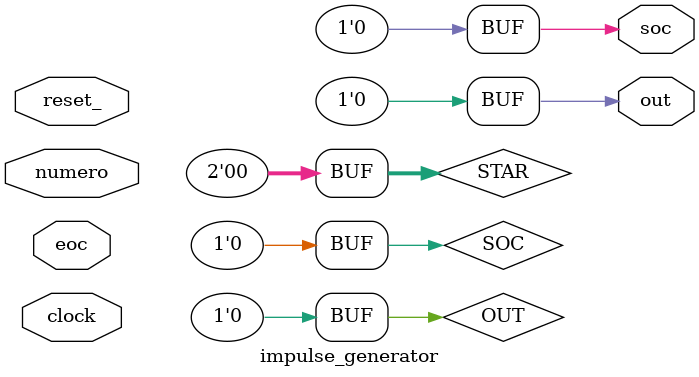
<source format=v>
module impulse_generator(reset_, clock, numero, out, soc, eoc);
	input reset_, clock;
	input[7:0] numero;
	
	reg OUT;
	output out;
	assign out = OUT;

	// handshake
	input eoc;
	reg SOC;
	output soc;
	assign soc = SOC;

	// registri
	reg[7:0] COUNT;
	reg[1:0] STAR;
	localparam
		s0 = 'B00,
		s1 = 'B01,
		s2 = 'B10;

	always @(reset_ == 0) #1 begin
		SOC <= 0;
		OUT <= 0;
		STAR <= s0;
	end

	always @(posedge clock) if(reset_ == 1) #3 begin
		case(STAR)
			s0: begin
				SOC <= 1;
				OUT <= 0;
				STAR <= (eoc == 0) ? s1 : s0;
			end
			s1: begin
				SOC <= 0;
				COUNT <= numero;
				//OUT <= 0; // c'e' gia'
				STAR <= (eoc == 1) ? s2 : s1;
			end
			s2: begin
				// SOC <= don't care
				COUNT <= COUNT - 1;
				OUT <= 1;
				STAR <= (COUNT == 1) ? s0 : s2;
			end
		endcase
	end
endmodule

</source>
